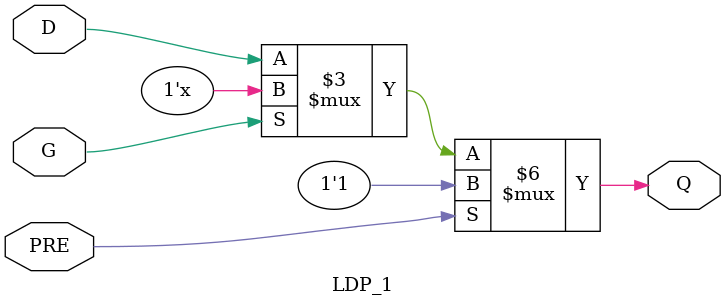
<source format=v>

/*

FUNCTION    : D-LATCH with async preset

*/

`celldefine
`timescale  100 ps / 10 ps

module LDP_1 (Q, D, G, PRE);

    parameter INIT = 1'b1;

    output Q;
    reg    Q;

    input  D, G, PRE;

    always @( PRE or D or G)
        if (PRE)
        Q <= 1;
        else if (!G)
        Q <= D;

endmodule

</source>
